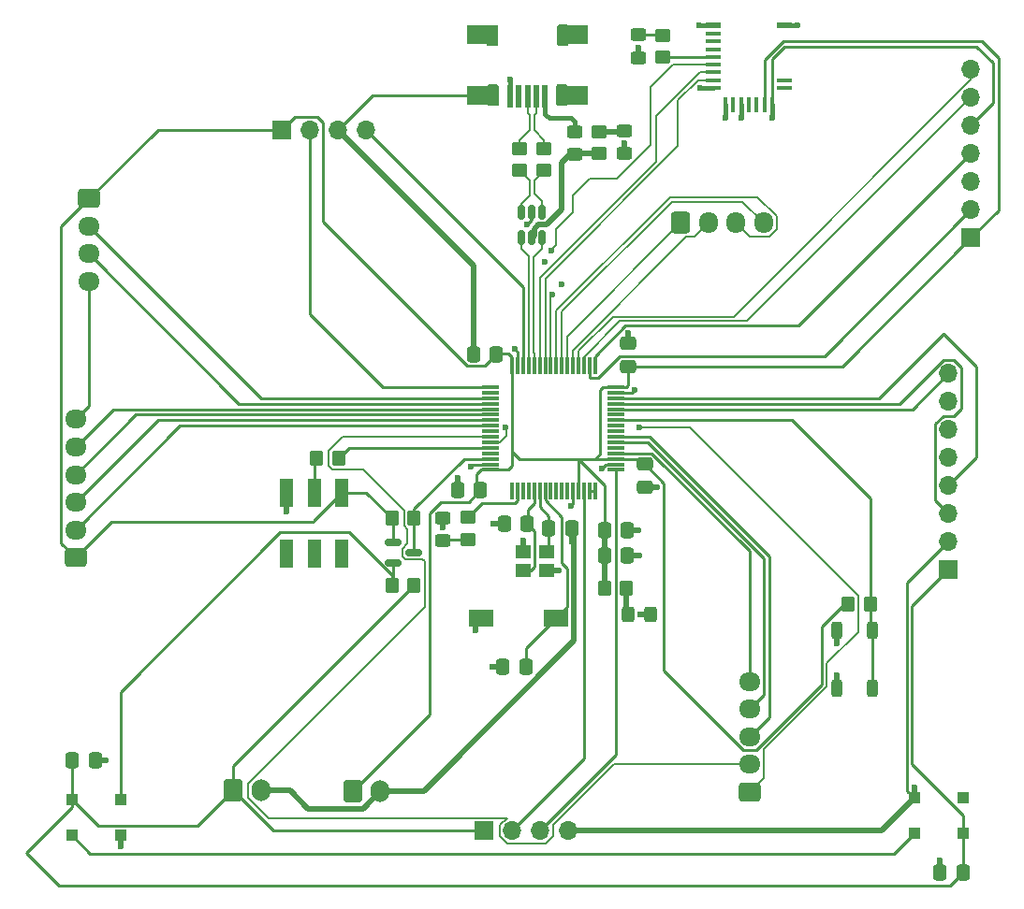
<source format=gbr>
%TF.GenerationSoftware,KiCad,Pcbnew,9.0.1*%
%TF.CreationDate,2025-05-07T09:32:01-06:00*%
%TF.ProjectId,2025_04_STM32F103_RobotBrain,32303235-5f30-4345-9f53-544d33324631,rev?*%
%TF.SameCoordinates,Original*%
%TF.FileFunction,Copper,L1,Top*%
%TF.FilePolarity,Positive*%
%FSLAX46Y46*%
G04 Gerber Fmt 4.6, Leading zero omitted, Abs format (unit mm)*
G04 Created by KiCad (PCBNEW 9.0.1) date 2025-05-07 09:32:01*
%MOMM*%
%LPD*%
G01*
G04 APERTURE LIST*
G04 Aperture macros list*
%AMRoundRect*
0 Rectangle with rounded corners*
0 $1 Rounding radius*
0 $2 $3 $4 $5 $6 $7 $8 $9 X,Y pos of 4 corners*
0 Add a 4 corners polygon primitive as box body*
4,1,4,$2,$3,$4,$5,$6,$7,$8,$9,$2,$3,0*
0 Add four circle primitives for the rounded corners*
1,1,$1+$1,$2,$3*
1,1,$1+$1,$4,$5*
1,1,$1+$1,$6,$7*
1,1,$1+$1,$8,$9*
0 Add four rect primitives between the rounded corners*
20,1,$1+$1,$2,$3,$4,$5,0*
20,1,$1+$1,$4,$5,$6,$7,0*
20,1,$1+$1,$6,$7,$8,$9,0*
20,1,$1+$1,$8,$9,$2,$3,0*%
G04 Aperture macros list end*
%TA.AperFunction,SMDPad,CuDef*%
%ADD10RoundRect,0.250000X-0.450000X0.350000X-0.450000X-0.350000X0.450000X-0.350000X0.450000X0.350000X0*%
%TD*%
%TA.AperFunction,SMDPad,CuDef*%
%ADD11RoundRect,0.075000X0.075000X-0.700000X0.075000X0.700000X-0.075000X0.700000X-0.075000X-0.700000X0*%
%TD*%
%TA.AperFunction,SMDPad,CuDef*%
%ADD12RoundRect,0.075000X0.700000X-0.075000X0.700000X0.075000X-0.700000X0.075000X-0.700000X-0.075000X0*%
%TD*%
%TA.AperFunction,SMDPad,CuDef*%
%ADD13RoundRect,0.250000X0.350000X0.450000X-0.350000X0.450000X-0.350000X-0.450000X0.350000X-0.450000X0*%
%TD*%
%TA.AperFunction,SMDPad,CuDef*%
%ADD14RoundRect,0.250000X0.450000X-0.350000X0.450000X0.350000X-0.450000X0.350000X-0.450000X-0.350000X0*%
%TD*%
%TA.AperFunction,SMDPad,CuDef*%
%ADD15RoundRect,0.250000X-0.337500X-0.475000X0.337500X-0.475000X0.337500X0.475000X-0.337500X0.475000X0*%
%TD*%
%TA.AperFunction,ComponentPad*%
%ADD16RoundRect,0.250000X-0.600000X-0.750000X0.600000X-0.750000X0.600000X0.750000X-0.600000X0.750000X0*%
%TD*%
%TA.AperFunction,ComponentPad*%
%ADD17O,1.700000X2.000000*%
%TD*%
%TA.AperFunction,ComponentPad*%
%ADD18R,1.700000X1.700000*%
%TD*%
%TA.AperFunction,ComponentPad*%
%ADD19O,1.700000X1.700000*%
%TD*%
%TA.AperFunction,ComponentPad*%
%ADD20RoundRect,0.250000X0.725000X-0.600000X0.725000X0.600000X-0.725000X0.600000X-0.725000X-0.600000X0*%
%TD*%
%TA.AperFunction,ComponentPad*%
%ADD21O,1.950000X1.700000*%
%TD*%
%TA.AperFunction,SMDPad,CuDef*%
%ADD22RoundRect,0.250000X0.450000X-0.325000X0.450000X0.325000X-0.450000X0.325000X-0.450000X-0.325000X0*%
%TD*%
%TA.AperFunction,SMDPad,CuDef*%
%ADD23RoundRect,0.150000X-0.587500X-0.150000X0.587500X-0.150000X0.587500X0.150000X-0.587500X0.150000X0*%
%TD*%
%TA.AperFunction,SMDPad,CuDef*%
%ADD24RoundRect,0.250000X-0.450000X0.325000X-0.450000X-0.325000X0.450000X-0.325000X0.450000X0.325000X0*%
%TD*%
%TA.AperFunction,SMDPad,CuDef*%
%ADD25RoundRect,0.250000X-0.350000X-0.450000X0.350000X-0.450000X0.350000X0.450000X-0.350000X0.450000X0*%
%TD*%
%TA.AperFunction,SMDPad,CuDef*%
%ADD26R,1.000000X1.000000*%
%TD*%
%TA.AperFunction,SMDPad,CuDef*%
%ADD27RoundRect,0.250000X0.337500X0.475000X-0.337500X0.475000X-0.337500X-0.475000X0.337500X-0.475000X0*%
%TD*%
%TA.AperFunction,ComponentPad*%
%ADD28RoundRect,0.250000X-0.725000X0.600000X-0.725000X-0.600000X0.725000X-0.600000X0.725000X0.600000X0*%
%TD*%
%TA.AperFunction,SMDPad,CuDef*%
%ADD29R,1.400000X0.600000*%
%TD*%
%TA.AperFunction,SMDPad,CuDef*%
%ADD30R,1.400000X0.400000*%
%TD*%
%TA.AperFunction,SMDPad,CuDef*%
%ADD31R,0.400000X1.400000*%
%TD*%
%TA.AperFunction,SMDPad,CuDef*%
%ADD32RoundRect,0.250000X-0.475000X0.337500X-0.475000X-0.337500X0.475000X-0.337500X0.475000X0.337500X0*%
%TD*%
%TA.AperFunction,SMDPad,CuDef*%
%ADD33RoundRect,0.150000X-0.150000X0.512500X-0.150000X-0.512500X0.150000X-0.512500X0.150000X0.512500X0*%
%TD*%
%TA.AperFunction,ComponentPad*%
%ADD34RoundRect,0.250000X-0.600000X-0.725000X0.600000X-0.725000X0.600000X0.725000X-0.600000X0.725000X0*%
%TD*%
%TA.AperFunction,ComponentPad*%
%ADD35O,1.700000X1.950000*%
%TD*%
%TA.AperFunction,SMDPad,CuDef*%
%ADD36R,1.400000X1.200000*%
%TD*%
%TA.AperFunction,SMDPad,CuDef*%
%ADD37R,2.300000X1.500000*%
%TD*%
%TA.AperFunction,SMDPad,CuDef*%
%ADD38RoundRect,0.250000X0.325000X0.450000X-0.325000X0.450000X-0.325000X-0.450000X0.325000X-0.450000X0*%
%TD*%
%TA.AperFunction,SMDPad,CuDef*%
%ADD39RoundRect,0.250000X0.475000X-0.337500X0.475000X0.337500X-0.475000X0.337500X-0.475000X-0.337500X0*%
%TD*%
%TA.AperFunction,SMDPad,CuDef*%
%ADD40RoundRect,0.250000X-0.250000X0.525000X-0.250000X-0.525000X0.250000X-0.525000X0.250000X0.525000X0*%
%TD*%
%TA.AperFunction,SMDPad,CuDef*%
%ADD41R,1.200000X2.500000*%
%TD*%
%TA.AperFunction,SMDPad,CuDef*%
%ADD42R,0.500000X2.000000*%
%TD*%
%TA.AperFunction,SMDPad,CuDef*%
%ADD43R,2.000000X1.700000*%
%TD*%
%TA.AperFunction,ViaPad*%
%ADD44C,0.600000*%
%TD*%
%TA.AperFunction,Conductor*%
%ADD45C,0.254000*%
%TD*%
%TA.AperFunction,Conductor*%
%ADD46C,0.200000*%
%TD*%
%TA.AperFunction,Conductor*%
%ADD47C,0.508000*%
%TD*%
%TA.AperFunction,Conductor*%
%ADD48C,0.381000*%
%TD*%
G04 APERTURE END LIST*
D10*
%TO.P,R2,1*%
%TO.N,/D+*%
X137680000Y-41715000D03*
%TO.P,R2,2*%
%TO.N,/USB_CONN_D+*%
X137680000Y-43715000D03*
%TD*%
D11*
%TO.P,U1,1,VBAT*%
%TO.N,unconnected-(U1-VBAT-Pad1)*%
X136990000Y-72760000D03*
%TO.P,U1,2,PC13*%
%TO.N,/USER_LED*%
X137490000Y-72760000D03*
%TO.P,U1,3,PC14*%
%TO.N,unconnected-(U1-PC14-Pad3)*%
X137990000Y-72760000D03*
%TO.P,U1,4,PC15*%
%TO.N,unconnected-(U1-PC15-Pad4)*%
X138490000Y-72760000D03*
%TO.P,U1,5,RCC_OSC_IN*%
%TO.N,/OSC_IN*%
X138990000Y-72760000D03*
%TO.P,U1,6,RCC_OSC_OUT*%
%TO.N,/OSC_OUT*%
X139490000Y-72760000D03*
%TO.P,U1,7,NRST*%
%TO.N,/RESET*%
X139990000Y-72760000D03*
%TO.P,U1,8,PC0*%
%TO.N,unconnected-(U1-PC0-Pad8)*%
X140490000Y-72760000D03*
%TO.P,U1,9,PC1*%
%TO.N,unconnected-(U1-PC1-Pad9)*%
X140990000Y-72760000D03*
%TO.P,U1,10,PC2*%
%TO.N,unconnected-(U1-PC2-Pad10)*%
X141490000Y-72760000D03*
%TO.P,U1,11,PC3*%
%TO.N,unconnected-(U1-PC3-Pad11)*%
X141990000Y-72760000D03*
%TO.P,U1,12,VSSA*%
%TO.N,GND*%
X142490000Y-72760000D03*
%TO.P,U1,13,VDDA*%
%TO.N,+3V3*%
X142990000Y-72760000D03*
%TO.P,U1,14,PA0*%
%TO.N,/ULTRA_TRIG*%
X143490000Y-72760000D03*
%TO.P,U1,15,PA1*%
%TO.N,Net-(U1-PA1)*%
X143990000Y-72760000D03*
%TO.P,U1,16,PA2*%
X144490000Y-72760000D03*
D12*
%TO.P,U1,17,PA3*%
%TO.N,/ULTRA_ECHO*%
X146415000Y-70835000D03*
%TO.P,U1,18,VSS*%
%TO.N,GND*%
X146415000Y-70335000D03*
%TO.P,U1,19,VDD*%
%TO.N,+3V3*%
X146415000Y-69835000D03*
%TO.P,U1,20,PA4*%
%TO.N,/PWR_ADC*%
X146415000Y-69335000D03*
%TO.P,U1,21,PA5*%
%TO.N,unconnected-(U1-PA5-Pad21)*%
X146415000Y-68835000D03*
%TO.P,U1,22,PA6*%
%TO.N,/E1B*%
X146415000Y-68335000D03*
%TO.P,U1,23,PA7*%
%TO.N,/E1A*%
X146415000Y-67835000D03*
%TO.P,U1,24,PC4*%
%TO.N,unconnected-(U1-PC4-Pad24)*%
X146415000Y-67335000D03*
%TO.P,U1,25,PC5*%
%TO.N,unconnected-(U1-PC5-Pad25)*%
X146415000Y-66835000D03*
%TO.P,U1,26,PB0*%
%TO.N,/uBUTTON*%
X146415000Y-66335000D03*
%TO.P,U1,27,PB1*%
%TO.N,unconnected-(U1-PB1-Pad27)*%
X146415000Y-65835000D03*
%TO.P,U1,28,PB2*%
%TO.N,/IMU_INT*%
X146415000Y-65335000D03*
%TO.P,U1,29,PB10*%
%TO.N,/IMU_I2C_SCL*%
X146415000Y-64835000D03*
%TO.P,U1,30,PB11*%
%TO.N,/IMU_I2C_SDA*%
X146415000Y-64335000D03*
%TO.P,U1,31,VSS*%
%TO.N,GND*%
X146415000Y-63835000D03*
%TO.P,U1,32,VDD*%
%TO.N,+3V3*%
X146415000Y-63335000D03*
D11*
%TO.P,U1,33,PB12*%
%TO.N,/PS2_CS*%
X144490000Y-61410000D03*
%TO.P,U1,34,PB13*%
%TO.N,/PS2_SCK*%
X143990000Y-61410000D03*
%TO.P,U1,35,PB14*%
%TO.N,/PS2_MISO*%
X143490000Y-61410000D03*
%TO.P,U1,36,PB15*%
%TO.N,/PS2_MOSI*%
X142990000Y-61410000D03*
%TO.P,U1,37,PC6*%
%TO.N,/AN1*%
X142490000Y-61410000D03*
%TO.P,U1,38,PC7*%
%TO.N,/AN2*%
X141990000Y-61410000D03*
%TO.P,U1,39,PC8*%
%TO.N,/BN1*%
X141490000Y-61410000D03*
%TO.P,U1,40,PC9*%
%TO.N,/BN2*%
X140990000Y-61410000D03*
%TO.P,U1,41,PA8*%
%TO.N,/BL_WAKEUP*%
X140490000Y-61410000D03*
%TO.P,U1,42,PA9*%
%TO.N,/BL_RX*%
X139990000Y-61410000D03*
%TO.P,U1,43,PA10*%
%TO.N,/BL_TX*%
X139490000Y-61410000D03*
%TO.P,U1,44,USB_DM*%
%TO.N,/USB_D-*%
X138990000Y-61410000D03*
%TO.P,U1,45,USB_DP*%
%TO.N,/USB_D+*%
X138490000Y-61410000D03*
%TO.P,U1,46,SYS_JTMS-SWDIO*%
%TO.N,/SWDIO*%
X137990000Y-61410000D03*
%TO.P,U1,47,VSS*%
%TO.N,GND*%
X137490000Y-61410000D03*
%TO.P,U1,48,VDD*%
%TO.N,+3V3*%
X136990000Y-61410000D03*
D12*
%TO.P,U1,49,SYS_JTCK-SWCLK*%
%TO.N,/SWCLK*%
X135065000Y-63335000D03*
%TO.P,U1,50,PA15*%
%TO.N,unconnected-(U1-PA15-Pad50)*%
X135065000Y-63835000D03*
%TO.P,U1,51,PC10*%
%TO.N,/USER_TX*%
X135065000Y-64335000D03*
%TO.P,U1,52,PC11*%
%TO.N,/USER_RX*%
X135065000Y-64835000D03*
%TO.P,U1,53,PC12*%
%TO.N,/X4*%
X135065000Y-65335000D03*
%TO.P,U1,54,PD2*%
%TO.N,/X3*%
X135065000Y-65835000D03*
%TO.P,U1,55,PB3*%
%TO.N,/X2*%
X135065000Y-66335000D03*
%TO.P,U1,56,PB4*%
%TO.N,/X1*%
X135065000Y-66835000D03*
%TO.P,U1,57,PB5*%
%TO.N,unconnected-(U1-PB5-Pad57)*%
X135065000Y-67335000D03*
%TO.P,U1,58,PB6*%
%TO.N,/E2B*%
X135065000Y-67835000D03*
%TO.P,U1,59,PB7*%
%TO.N,/E2A*%
X135065000Y-68335000D03*
%TO.P,U1,60,BOOT0*%
%TO.N,/BOOT*%
X135065000Y-68835000D03*
%TO.P,U1,61,PB8*%
%TO.N,unconnected-(U1-PB8-Pad61)*%
X135065000Y-69335000D03*
%TO.P,U1,62,PB9*%
%TO.N,/RGB_DIN*%
X135065000Y-69835000D03*
%TO.P,U1,63,VSS*%
%TO.N,GND*%
X135065000Y-70335000D03*
%TO.P,U1,64,VDD*%
%TO.N,+3V3*%
X135065000Y-70835000D03*
%TD*%
D13*
%TO.P,R9,1*%
%TO.N,+5V*%
X128117500Y-81300000D03*
%TO.P,R9,2*%
%TO.N,Net-(LED1-DIN)*%
X126117500Y-81300000D03*
%TD*%
D14*
%TO.P,R3,1*%
%TO.N,/USB_CONN_D-*%
X139860000Y-43735000D03*
%TO.P,R3,2*%
%TO.N,/D-*%
X139860000Y-41735000D03*
%TD*%
D15*
%TO.P,C12,1*%
%TO.N,+5V*%
X97200000Y-97150000D03*
%TO.P,C12,2*%
%TO.N,GND*%
X99275000Y-97150000D03*
%TD*%
D16*
%TO.P,J6,1,Pin_1*%
%TO.N,+3V3*%
X122580000Y-99900000D03*
D17*
%TO.P,J6,2,Pin_2*%
%TO.N,GND*%
X125080000Y-99900000D03*
%TD*%
D18*
%TO.P,J9,1,Pin_1*%
%TO.N,+3V3*%
X178500000Y-49800000D03*
D19*
%TO.P,J9,2,Pin_2*%
%TO.N,/PS2_SCK*%
X178500000Y-47260000D03*
%TO.P,J9,3,Pin_3*%
%TO.N,unconnected-(J9-Pin_3-Pad3)*%
X178500000Y-44720000D03*
%TO.P,J9,4,Pin_4*%
%TO.N,/PS2_CS*%
X178500000Y-42180000D03*
%TO.P,J9,5,Pin_5*%
%TO.N,GND*%
X178500000Y-39640000D03*
%TO.P,J9,6,Pin_6*%
%TO.N,/PS2_MISO*%
X178500000Y-37100000D03*
%TO.P,J9,7,Pin_7*%
%TO.N,/PS2_MOSI*%
X178500000Y-34560000D03*
%TD*%
D20*
%TO.P,J8,1,Pin_1*%
%TO.N,/E2A*%
X158475000Y-100000000D03*
D21*
%TO.P,J8,2,Pin_2*%
%TO.N,/E2B*%
X158475000Y-97500000D03*
%TO.P,J8,3,Pin_3*%
%TO.N,/E1A*%
X158475000Y-95000000D03*
%TO.P,J8,4,Pin_4*%
%TO.N,/E1B*%
X158475000Y-92500000D03*
%TO.P,J8,5,Pin_5*%
%TO.N,/PWR_ADC*%
X158475000Y-90000000D03*
%TD*%
D18*
%TO.P,J2,1,Pin_1*%
%TO.N,+5V*%
X176465000Y-79835000D03*
D19*
%TO.P,J2,2,Pin_2*%
%TO.N,GND*%
X176465000Y-77295000D03*
%TO.P,J2,3,Pin_3*%
%TO.N,/IMU_I2C_SCL*%
X176465000Y-74755000D03*
%TO.P,J2,4,Pin_4*%
%TO.N,/IMU_I2C_SDA*%
X176465000Y-72215000D03*
%TO.P,J2,5,Pin_5*%
%TO.N,unconnected-(J2-Pin_5-Pad5)*%
X176465000Y-69675000D03*
%TO.P,J2,6,Pin_6*%
%TO.N,unconnected-(J2-Pin_6-Pad6)*%
X176465000Y-67135000D03*
%TO.P,J2,7,Pin_7*%
%TO.N,unconnected-(J2-Pin_7-Pad7)*%
X176465000Y-64595000D03*
%TO.P,J2,8,Pin_8*%
%TO.N,/IMU_INT*%
X176465000Y-62055000D03*
%TD*%
D22*
%TO.P,D4,1,K*%
%TO.N,GND*%
X148410000Y-33500000D03*
%TO.P,D4,2,A*%
%TO.N,Net-(D4-A)*%
X148410000Y-31450000D03*
%TD*%
D23*
%TO.P,Q1,1,G*%
%TO.N,+3V3*%
X126210000Y-77360000D03*
%TO.P,Q1,2,S*%
%TO.N,Net-(LED1-DIN)*%
X126210000Y-79260000D03*
%TO.P,Q1,3,D*%
%TO.N,/RGB_DIN*%
X128085000Y-78310000D03*
%TD*%
D24*
%TO.P,D3,1,K*%
%TO.N,GND*%
X130690000Y-75155000D03*
%TO.P,D3,2,A*%
%TO.N,Net-(D3-A)*%
X130690000Y-77205000D03*
%TD*%
D25*
%TO.P,R5,1*%
%TO.N,+3V3*%
X145347500Y-81570000D03*
%TO.P,R5,2*%
%TO.N,Net-(D2-A)*%
X147347500Y-81570000D03*
%TD*%
D26*
%TO.P,LED1,1,VDD*%
%TO.N,+5V*%
X97150000Y-100700000D03*
%TO.P,LED1,2,DOUT*%
%TO.N,Net-(LED1-DOUT)*%
X97150000Y-103900000D03*
%TO.P,LED1,3,VSS*%
%TO.N,GND*%
X101550000Y-103900000D03*
%TO.P,LED1,4,DIN*%
%TO.N,Net-(LED1-DIN)*%
X101550000Y-100700000D03*
%TD*%
D24*
%TO.P,F1,1*%
%TO.N,Net-(J1-VBUS)*%
X142670000Y-40210000D03*
%TO.P,F1,2*%
%TO.N,Vusb*%
X142670000Y-42260000D03*
%TD*%
D27*
%TO.P,C9,1*%
%TO.N,/OSC_IN*%
X138337500Y-75730000D03*
%TO.P,C9,2*%
%TO.N,GND*%
X136262500Y-75730000D03*
%TD*%
D13*
%TO.P,R10,1*%
%TO.N,/RGB_DIN*%
X128117500Y-75210000D03*
%TO.P,R10,2*%
%TO.N,+3V3*%
X126117500Y-75210000D03*
%TD*%
D18*
%TO.P,J4,1,Pin_1*%
%TO.N,+3V3*%
X116160000Y-40040000D03*
D19*
%TO.P,J4,2,Pin_2*%
%TO.N,/SWCLK*%
X118700000Y-40040000D03*
%TO.P,J4,3,Pin_3*%
%TO.N,GND*%
X121240000Y-40040000D03*
%TO.P,J4,4,Pin_4*%
%TO.N,/SWDIO*%
X123780000Y-40040000D03*
%TD*%
D25*
%TO.P,R8,1*%
%TO.N,+3V3*%
X167400000Y-82950000D03*
%TO.P,R8,2*%
%TO.N,/uBUTTON*%
X169400000Y-82950000D03*
%TD*%
D28*
%TO.P,J11,1,Pin_1*%
%TO.N,+3V3*%
X98720000Y-46270000D03*
D21*
%TO.P,J11,2,Pin_2*%
%TO.N,/USER_TX*%
X98720000Y-48770000D03*
%TO.P,J11,3,Pin_3*%
%TO.N,/USER_RX*%
X98720000Y-51270000D03*
%TO.P,J11,4,Pin_4*%
%TO.N,GND*%
X98720000Y-53770000D03*
%TD*%
D29*
%TO.P,MDBT42T-AT1,1,GND@1*%
%TO.N,GND*%
X155200000Y-30540000D03*
D30*
%TO.P,MDBT42T-AT1,2,NC@2*%
%TO.N,unconnected-(MDBT42T-AT1-NC@2-Pad2)*%
X155200000Y-31340000D03*
%TO.P,MDBT42T-AT1,3,NC@3*%
%TO.N,unconnected-(MDBT42T-AT1-NC@3-Pad3)*%
X155200000Y-32040000D03*
%TO.P,MDBT42T-AT1,4,RESET*%
%TO.N,unconnected-(MDBT42T-AT1-RESET-Pad4)*%
X155200000Y-32740000D03*
%TO.P,MDBT42T-AT1,5,INDICATOR*%
%TO.N,Net-(MDBT42T-AT1-INDICATOR)*%
X155200000Y-33440000D03*
%TO.P,MDBT42T-AT1,6,WAKEUP*%
%TO.N,/BL_WAKEUP*%
X155200000Y-34140000D03*
%TO.P,MDBT42T-AT1,7,TX*%
%TO.N,/BL_TX*%
X155200000Y-34840000D03*
%TO.P,MDBT42T-AT1,8,RX*%
%TO.N,/BL_RX*%
X155200000Y-35540000D03*
%TO.P,MDBT42T-AT1,9,UART_PD*%
%TO.N,GND*%
X155200000Y-36240000D03*
D31*
%TO.P,MDBT42T-AT1,10,GND@10*%
X156300000Y-37740000D03*
%TO.P,MDBT42T-AT1,11,ADC*%
%TO.N,unconnected-(MDBT42T-AT1-ADC-Pad11)*%
X157000000Y-37740000D03*
%TO.P,MDBT42T-AT1,12,FLASH_DEFAULT*%
%TO.N,GND*%
X157700000Y-37740000D03*
%TO.P,MDBT42T-AT1,13,RTS/XL2*%
%TO.N,unconnected-(MDBT42T-AT1-RTS{slash}XL2-Pad13)*%
X158400000Y-37740000D03*
%TO.P,MDBT42T-AT1,14,CTS/XL1*%
%TO.N,unconnected-(MDBT42T-AT1-CTS{slash}XL1-Pad14)*%
X159100000Y-37740000D03*
%TO.P,MDBT42T-AT1,15,VDD*%
%TO.N,+3V3*%
X159800000Y-37740000D03*
%TO.P,MDBT42T-AT1,16,GND@16*%
%TO.N,GND*%
X160500000Y-37740000D03*
D30*
%TO.P,MDBT42T-AT1,17,DCC*%
%TO.N,unconnected-(MDBT42T-AT1-DCC-Pad17)*%
X161600000Y-36240000D03*
%TO.P,MDBT42T-AT1,18,DEC4*%
%TO.N,unconnected-(MDBT42T-AT1-DEC4-Pad18)*%
X161600000Y-35540000D03*
D29*
%TO.P,MDBT42T-AT1,19,GND@19*%
%TO.N,GND*%
X161600000Y-30540000D03*
%TD*%
D27*
%TO.P,C2,1*%
%TO.N,+3V3*%
X135577500Y-60340000D03*
%TO.P,C2,2*%
%TO.N,GND*%
X133502500Y-60340000D03*
%TD*%
D10*
%TO.P,R6,1*%
%TO.N,/USER_LED*%
X132960000Y-75150000D03*
%TO.P,R6,2*%
%TO.N,Net-(D3-A)*%
X132960000Y-77150000D03*
%TD*%
D14*
%TO.P,R7,1*%
%TO.N,Net-(MDBT42T-AT1-INDICATOR)*%
X150640000Y-33475000D03*
%TO.P,R7,2*%
%TO.N,Net-(D4-A)*%
X150640000Y-31475000D03*
%TD*%
D32*
%TO.P,C4,1*%
%TO.N,+3V3*%
X148960000Y-70302500D03*
%TO.P,C4,2*%
%TO.N,GND*%
X148960000Y-72377500D03*
%TD*%
D33*
%TO.P,U2,1,I/O1*%
%TO.N,/USB_CONN_D-*%
X139730000Y-47510000D03*
%TO.P,U2,2,GND*%
%TO.N,GND*%
X138780000Y-47510000D03*
%TO.P,U2,3,I/O2*%
%TO.N,/USB_CONN_D+*%
X137830000Y-47510000D03*
%TO.P,U2,4,I/O2*%
%TO.N,/USB_D+*%
X137830000Y-49785000D03*
%TO.P,U2,5,VBUS*%
%TO.N,Vusb*%
X138780000Y-49785000D03*
%TO.P,U2,6,I/O1*%
%TO.N,/USB_D-*%
X139730000Y-49785000D03*
%TD*%
D15*
%TO.P,C5,1*%
%TO.N,+3V3*%
X145352500Y-76290000D03*
%TO.P,C5,2*%
%TO.N,GND*%
X147427500Y-76290000D03*
%TD*%
D18*
%TO.P,J3,1,Pin_1*%
%TO.N,+5V*%
X134460000Y-103485000D03*
D19*
%TO.P,J3,2,Pin_2*%
%TO.N,/ULTRA_TRIG*%
X137000000Y-103485000D03*
%TO.P,J3,3,Pin_3*%
%TO.N,/ULTRA_ECHO*%
X139540000Y-103485000D03*
%TO.P,J3,4,Pin_4*%
%TO.N,GND*%
X142080000Y-103485000D03*
%TD*%
D34*
%TO.P,J7,1,Pin_1*%
%TO.N,/AN2*%
X152250000Y-48475000D03*
D35*
%TO.P,J7,2,Pin_2*%
%TO.N,/AN1*%
X154750000Y-48475000D03*
%TO.P,J7,3,Pin_3*%
%TO.N,/BN2*%
X157250000Y-48475000D03*
%TO.P,J7,4,Pin_4*%
%TO.N,/BN1*%
X159750000Y-48475000D03*
%TD*%
D36*
%TO.P,Y2,1,1*%
%TO.N,/OSC_IN*%
X137952500Y-79920000D03*
%TO.P,Y2,2,2*%
%TO.N,GND*%
X140152500Y-79920000D03*
%TO.P,Y2,3,3*%
%TO.N,/OSC_OUT*%
X140152500Y-78220000D03*
%TO.P,Y2,4,4*%
%TO.N,GND*%
X137952500Y-78220000D03*
%TD*%
D37*
%TO.P,SW1,1,A*%
%TO.N,GND*%
X134220000Y-84280000D03*
%TO.P,SW1,2,B*%
%TO.N,/RESET*%
X140920000Y-84280000D03*
%TD*%
D15*
%TO.P,C6,1*%
%TO.N,+3V3*%
X145352500Y-78580000D03*
%TO.P,C6,2*%
%TO.N,GND*%
X147427500Y-78580000D03*
%TD*%
D16*
%TO.P,J5,1,Pin_1*%
%TO.N,+5V*%
X111750000Y-99875000D03*
D17*
%TO.P,J5,2,Pin_2*%
%TO.N,GND*%
X114250000Y-99875000D03*
%TD*%
D38*
%TO.P,D2,1,K*%
%TO.N,GND*%
X149492500Y-83950000D03*
%TO.P,D2,2,A*%
%TO.N,Net-(D2-A)*%
X147442500Y-83950000D03*
%TD*%
D27*
%TO.P,C1,1*%
%TO.N,+3V3*%
X134137500Y-72690000D03*
%TO.P,C1,2*%
%TO.N,GND*%
X132062500Y-72690000D03*
%TD*%
D26*
%TO.P,LED2,1,VDD*%
%TO.N,+5V*%
X177760000Y-103740000D03*
%TO.P,LED2,2,DOUT*%
%TO.N,unconnected-(LED2-DOUT-Pad2)*%
X177760000Y-100540000D03*
%TO.P,LED2,3,VSS*%
%TO.N,GND*%
X173360000Y-100540000D03*
%TO.P,LED2,4,DIN*%
%TO.N,Net-(LED1-DOUT)*%
X173360000Y-103740000D03*
%TD*%
D15*
%TO.P,C8,1*%
%TO.N,/OSC_OUT*%
X140312500Y-76140000D03*
%TO.P,C8,2*%
%TO.N,GND*%
X142387500Y-76140000D03*
%TD*%
D13*
%TO.P,R1,1*%
%TO.N,/BOOT*%
X121300000Y-69810000D03*
%TO.P,R1,2*%
%TO.N,Net-(R1-Pad2)*%
X119300000Y-69810000D03*
%TD*%
D20*
%TO.P,J10,1,Pin_1*%
%TO.N,+3V3*%
X97510000Y-78760000D03*
D21*
%TO.P,J10,2,Pin_2*%
%TO.N,/X1*%
X97510000Y-76260000D03*
%TO.P,J10,3,Pin_3*%
%TO.N,/X2*%
X97510000Y-73760000D03*
%TO.P,J10,4,Pin_4*%
%TO.N,/X3*%
X97510000Y-71260000D03*
%TO.P,J10,5,Pin_5*%
%TO.N,/X4*%
X97510000Y-68760000D03*
%TO.P,J10,6,Pin_6*%
%TO.N,GND*%
X97510000Y-66260000D03*
%TD*%
D39*
%TO.P,C3,1*%
%TO.N,+3V3*%
X147470000Y-61457500D03*
%TO.P,C3,2*%
%TO.N,GND*%
X147470000Y-59382500D03*
%TD*%
D40*
%TO.P,SW2,1,A*%
%TO.N,/uBUTTON*%
X169600000Y-85375000D03*
X169600000Y-90625000D03*
%TO.P,SW2,2,B*%
%TO.N,GND*%
X166400000Y-85375000D03*
X166400000Y-90625000D03*
%TD*%
D22*
%TO.P,D1,1,K*%
%TO.N,GND*%
X147160000Y-42210000D03*
%TO.P,D1,2,A*%
%TO.N,Net-(D1-A)*%
X147160000Y-40160000D03*
%TD*%
D41*
%TO.P,S1,1*%
%TO.N,+3V3*%
X121610000Y-72880000D03*
%TO.P,S1,2*%
%TO.N,Net-(R1-Pad2)*%
X119110000Y-72880000D03*
%TO.P,S1,3*%
%TO.N,GND*%
X116610000Y-72880000D03*
%TO.P,S1,4*%
%TO.N,unconnected-(S1-Pad4)*%
X121610000Y-78380000D03*
%TO.P,S1,5*%
%TO.N,unconnected-(S1-Pad5)*%
X119110000Y-78380000D03*
%TO.P,S1,6*%
%TO.N,unconnected-(S1-Pad6)*%
X116610000Y-78380000D03*
%TD*%
D27*
%TO.P,C11,1*%
%TO.N,+5V*%
X177747500Y-107320000D03*
%TO.P,C11,2*%
%TO.N,GND*%
X175672500Y-107320000D03*
%TD*%
D42*
%TO.P,J1,1,VBUS*%
%TO.N,Net-(J1-VBUS)*%
X139980000Y-37000000D03*
%TO.P,J1,2,D-*%
%TO.N,/D-*%
X139180000Y-37000000D03*
%TO.P,J1,3,D+*%
%TO.N,/D+*%
X138380000Y-37000000D03*
%TO.P,J1,4,ID*%
%TO.N,unconnected-(J1-ID-Pad4)*%
X137580000Y-37000000D03*
%TO.P,J1,5,GND*%
%TO.N,GND*%
X136780000Y-37000000D03*
D43*
%TO.P,J1,6,Shield*%
X142830000Y-36900000D03*
X142830000Y-31450000D03*
X133930000Y-36900000D03*
X133930000Y-31450000D03*
%TD*%
D27*
%TO.P,C7,1*%
%TO.N,/RESET*%
X138247500Y-88630000D03*
%TO.P,C7,2*%
%TO.N,GND*%
X136172500Y-88630000D03*
%TD*%
D14*
%TO.P,R4,1*%
%TO.N,Vusb*%
X144880000Y-42215000D03*
%TO.P,R4,2*%
%TO.N,Net-(D1-A)*%
X144880000Y-40215000D03*
%TD*%
D44*
%TO.N,GND*%
X135300000Y-31060000D03*
X135310000Y-31970000D03*
X138320000Y-48630000D03*
X101550000Y-104940000D03*
X136780000Y-35480000D03*
X137200000Y-59890000D03*
X135310000Y-36460000D03*
X100250000Y-97140000D03*
X148430000Y-76280000D03*
X133260000Y-70570000D03*
X160490000Y-38990000D03*
X156300000Y-38970000D03*
X135310000Y-75730000D03*
X141240000Y-79920000D03*
X116610000Y-74610000D03*
X162820000Y-30550000D03*
X150070000Y-72380000D03*
X166400000Y-89440000D03*
X132070000Y-71580000D03*
X133640000Y-85390000D03*
X141410000Y-36420000D03*
X145110000Y-70690000D03*
X173350000Y-99580000D03*
X153880000Y-30560000D03*
X148580000Y-83950000D03*
X135220000Y-88640000D03*
X141420000Y-37150000D03*
X141430000Y-31900000D03*
X141430000Y-31090000D03*
X157700000Y-38950000D03*
X175680000Y-106180000D03*
X148460000Y-78570000D03*
X137960000Y-77270000D03*
X148070000Y-63560000D03*
X148400000Y-32585000D03*
X154000000Y-36240000D03*
X130690000Y-76070000D03*
X133510000Y-59260000D03*
X142390000Y-77290000D03*
X139900000Y-52000000D03*
X166390000Y-86550000D03*
X142300000Y-74080000D03*
X141500000Y-54000000D03*
X147470000Y-58420000D03*
X135310000Y-37250000D03*
X147170000Y-41280000D03*
%TO.N,/BL_WAKEUP*%
X140590000Y-55000000D03*
X140500000Y-51000000D03*
%TO.N,/E2A*%
X148500000Y-67000000D03*
X136363000Y-67000000D03*
%TD*%
D45*
%TO.N,/PS2_SCK*%
X146748658Y-60542000D02*
X144777658Y-62513000D01*
X143990000Y-62490000D02*
X143990000Y-61410000D01*
X165218000Y-60542000D02*
X146748658Y-60542000D01*
X144777658Y-62513000D02*
X144013000Y-62513000D01*
X144013000Y-62513000D02*
X143990000Y-62490000D01*
X178500000Y-47260000D02*
X165218000Y-60542000D01*
D46*
%TO.N,/PS2_MISO*%
X178500000Y-37100000D02*
X158236000Y-57364000D01*
X146727176Y-57364000D02*
X143490000Y-60601176D01*
X143490000Y-60601176D02*
X143490000Y-61410000D01*
X158236000Y-57364000D02*
X146727176Y-57364000D01*
D45*
%TO.N,/PS2_CS*%
X147209873Y-57792000D02*
X144490000Y-60511873D01*
X162888000Y-57792000D02*
X147209873Y-57792000D01*
X178500000Y-42180000D02*
X162888000Y-57792000D01*
X144490000Y-60511873D02*
X144490000Y-61410000D01*
D46*
%TO.N,/PS2_MOSI*%
X146093824Y-56963000D02*
X142990000Y-60066824D01*
X178500000Y-34560000D02*
X178500000Y-35467711D01*
X178500000Y-35467711D02*
X157004711Y-56963000D01*
X142990000Y-60066824D02*
X142990000Y-61410000D01*
X157004711Y-56963000D02*
X146093824Y-56963000D01*
D45*
%TO.N,Net-(U1-PA1)*%
X143990000Y-72760000D02*
X144490000Y-72760000D01*
%TO.N,/X4*%
X100935000Y-65335000D02*
X135065000Y-65335000D01*
X97510000Y-68760000D02*
X100935000Y-65335000D01*
%TO.N,/X3*%
X97510000Y-71260000D02*
X102935000Y-65835000D01*
X102935000Y-65835000D02*
X135065000Y-65835000D01*
%TO.N,/X1*%
X97510000Y-76260000D02*
X106935000Y-66835000D01*
X106935000Y-66835000D02*
X135065000Y-66835000D01*
%TO.N,/X2*%
X97510000Y-73760000D02*
X104935000Y-66335000D01*
X104935000Y-66335000D02*
X135065000Y-66335000D01*
%TO.N,/USER_TX*%
X98720000Y-48770000D02*
X114285000Y-64335000D01*
X114285000Y-64335000D02*
X135065000Y-64335000D01*
%TO.N,/USER_RX*%
X135065000Y-64835000D02*
X112285000Y-64835000D01*
X112285000Y-64835000D02*
X98720000Y-51270000D01*
%TO.N,/RESET*%
X138247500Y-88630000D02*
X138247500Y-86952500D01*
X142000000Y-83200000D02*
X140920000Y-84280000D01*
X139990000Y-72760000D02*
X139990000Y-73607008D01*
X139990000Y-73607008D02*
X141472000Y-75089008D01*
X141472000Y-79263873D02*
X142000000Y-79791873D01*
X138247500Y-86952500D02*
X140920000Y-84280000D01*
X142000000Y-79791873D02*
X142000000Y-83200000D01*
X141472000Y-75089008D02*
X141472000Y-79263873D01*
%TO.N,+3V3*%
X178500000Y-49800000D02*
X181000000Y-47300000D01*
X147295000Y-63335000D02*
X147470000Y-63160000D01*
X145352500Y-76290000D02*
X145352500Y-72207500D01*
X119878000Y-39378000D02*
X119362000Y-38862000D01*
X96207000Y-77457000D02*
X97510000Y-78760000D01*
X133780000Y-71210000D02*
X133780000Y-72332500D01*
D47*
X145352500Y-78580000D02*
X145352500Y-76290000D01*
D45*
X179500000Y-32000000D02*
X161500000Y-32000000D01*
X135647500Y-60270000D02*
X135577500Y-60340000D01*
X167050000Y-82950000D02*
X165000000Y-85000000D01*
X104950000Y-40040000D02*
X116160000Y-40040000D01*
X148492500Y-69835000D02*
X148960000Y-70302500D01*
X147470000Y-63160000D02*
X147470000Y-61457500D01*
X100770000Y-75500000D02*
X119000000Y-75500000D01*
X98720000Y-46270000D02*
X96207000Y-48783000D01*
X119878000Y-48352342D02*
X119878000Y-39378000D01*
X130502658Y-73743000D02*
X133084500Y-73743000D01*
X132918658Y-61393000D02*
X119878000Y-48352342D01*
X135577500Y-60340000D02*
X134524500Y-61393000D01*
X143000000Y-69835000D02*
X142520000Y-69835000D01*
X134524500Y-61393000D02*
X132918658Y-61393000D01*
X129500000Y-74745658D02*
X130502658Y-73743000D01*
X165000000Y-90265944D02*
X159087944Y-96178000D01*
X159087944Y-96178000D02*
X157862056Y-96178000D01*
X121610000Y-72880000D02*
X123787500Y-72880000D01*
X136660000Y-60270000D02*
X135647500Y-60270000D01*
X167400000Y-82950000D02*
X167050000Y-82950000D01*
X136990000Y-61410000D02*
X136990000Y-60600000D01*
X157862056Y-96178000D02*
X150698000Y-89013944D01*
X144930000Y-69385000D02*
X144480000Y-69835000D01*
X142990000Y-72760000D02*
X142990000Y-69845000D01*
X119362000Y-38862000D02*
X117338000Y-38862000D01*
X145155000Y-63335000D02*
X144930000Y-63560000D01*
X126210000Y-75302500D02*
X126117500Y-75210000D01*
X181000000Y-47300000D02*
X181000000Y-33500000D01*
X136990000Y-60600000D02*
X136660000Y-60270000D01*
X117338000Y-38862000D02*
X116160000Y-40040000D01*
X133780000Y-72332500D02*
X134137500Y-72690000D01*
X144480000Y-69835000D02*
X143000000Y-69835000D01*
X145352500Y-72207500D02*
X142990000Y-69845000D01*
X144930000Y-63560000D02*
X144930000Y-69385000D01*
X150698000Y-89013944D02*
X150698000Y-72040500D01*
X165000000Y-85000000D02*
X165000000Y-90265944D01*
X137615000Y-69835000D02*
X136990000Y-69210000D01*
X142990000Y-69845000D02*
X143000000Y-69835000D01*
X136990000Y-69210000D02*
X136990000Y-61410000D01*
X96207000Y-48783000D02*
X96207000Y-77457000D01*
X119000000Y-75490000D02*
X121610000Y-72880000D01*
X126210000Y-77360000D02*
X126210000Y-75302500D01*
X150698000Y-72040500D02*
X148960000Y-70302500D01*
X159800000Y-33700000D02*
X159800000Y-37740000D01*
D47*
X145347500Y-78585000D02*
X145352500Y-78580000D01*
X145347500Y-81570000D02*
X145347500Y-78585000D01*
D45*
X136990000Y-69210000D02*
X136990000Y-70450000D01*
X129500000Y-92980000D02*
X129500000Y-74745658D01*
X98720000Y-46270000D02*
X104950000Y-40040000D01*
X134155000Y-70835000D02*
X133780000Y-71210000D01*
X123787500Y-72880000D02*
X126117500Y-75210000D01*
X146415000Y-69835000D02*
X148492500Y-69835000D01*
X146415000Y-63335000D02*
X147295000Y-63335000D01*
X122580000Y-99900000D02*
X129500000Y-92980000D01*
X166842500Y-61457500D02*
X147470000Y-61457500D01*
X97510000Y-78760000D02*
X100770000Y-75500000D01*
X119000000Y-75500000D02*
X119000000Y-75490000D01*
X136605000Y-70835000D02*
X135065000Y-70835000D01*
X146415000Y-69835000D02*
X144480000Y-69835000D01*
X135065000Y-70835000D02*
X134155000Y-70835000D01*
X181000000Y-33500000D02*
X179500000Y-32000000D01*
X146415000Y-63335000D02*
X145155000Y-63335000D01*
X142520000Y-69835000D02*
X137615000Y-69835000D01*
X161500000Y-32000000D02*
X159800000Y-33700000D01*
X133084500Y-73743000D02*
X134137500Y-72690000D01*
X178500000Y-49800000D02*
X166842500Y-61457500D01*
X136990000Y-70450000D02*
X136605000Y-70835000D01*
%TO.N,GND*%
X145465000Y-70335000D02*
X145110000Y-70690000D01*
X161643468Y-32500000D02*
X160500000Y-33643468D01*
D47*
X137960000Y-77270000D02*
X137960000Y-78212500D01*
X118500000Y-101500000D02*
X116875000Y-99875000D01*
D45*
X180500000Y-37640000D02*
X180500000Y-34000000D01*
D47*
X148430000Y-76280000D02*
X147437500Y-76280000D01*
X125080000Y-99900000D02*
X123480000Y-101500000D01*
X173360000Y-99590000D02*
X173350000Y-99580000D01*
X133502500Y-52302500D02*
X121240000Y-40040000D01*
X135310000Y-75730000D02*
X136262500Y-75730000D01*
X142582000Y-86321000D02*
X129003000Y-99900000D01*
D48*
X160500000Y-38980000D02*
X160490000Y-38990000D01*
D47*
X175672500Y-106187500D02*
X175680000Y-106180000D01*
X100240000Y-97150000D02*
X100250000Y-97140000D01*
D45*
X160500000Y-33643468D02*
X160500000Y-37740000D01*
D47*
X142582000Y-76334500D02*
X142582000Y-86321000D01*
D45*
X135065000Y-70335000D02*
X133495000Y-70335000D01*
D47*
X166400000Y-85375000D02*
X166400000Y-86540000D01*
D48*
X160500000Y-37740000D02*
X160500000Y-38980000D01*
D47*
X173360000Y-100540000D02*
X173360000Y-99590000D01*
X137960000Y-78212500D02*
X137952500Y-78220000D01*
X147437500Y-78570000D02*
X147427500Y-78580000D01*
X141240000Y-79920000D02*
X140152500Y-79920000D01*
X123480000Y-101500000D02*
X118500000Y-101500000D01*
X136172500Y-88630000D02*
X135230000Y-88630000D01*
D45*
X138780000Y-48170000D02*
X138320000Y-48630000D01*
D47*
X148410000Y-33500000D02*
X148410000Y-32595000D01*
D45*
X138780000Y-47510000D02*
X138780000Y-48170000D01*
D47*
X135230000Y-88630000D02*
X135220000Y-88640000D01*
X133510000Y-60332500D02*
X133502500Y-60340000D01*
D45*
X137490000Y-61410000D02*
X137490000Y-60180000D01*
X133495000Y-70335000D02*
X133260000Y-70570000D01*
D47*
X142390000Y-76142500D02*
X142387500Y-76140000D01*
D45*
X137490000Y-60180000D02*
X137200000Y-59890000D01*
D47*
X132070000Y-71580000D02*
X132070000Y-72682500D01*
D45*
X146415000Y-63835000D02*
X147795000Y-63835000D01*
D47*
X136172500Y-88630000D02*
X136172500Y-88807500D01*
X132070000Y-72682500D02*
X132062500Y-72690000D01*
D48*
X155200000Y-30540000D02*
X155180000Y-30560000D01*
D45*
X147795000Y-63835000D02*
X148070000Y-63560000D01*
D47*
X133640000Y-85390000D02*
X133640000Y-84860000D01*
X166400000Y-90625000D02*
X166400000Y-89440000D01*
D45*
X178500000Y-39640000D02*
X180500000Y-37640000D01*
D48*
X136780000Y-37000000D02*
X136780000Y-35480000D01*
D47*
X116610000Y-74610000D02*
X116610000Y-72880000D01*
D45*
X172717000Y-81043000D02*
X172717000Y-99897000D01*
D48*
X155180000Y-30560000D02*
X153880000Y-30560000D01*
D47*
X147170000Y-42200000D02*
X147160000Y-42210000D01*
D45*
X124380000Y-36900000D02*
X133930000Y-36900000D01*
X98720000Y-65050000D02*
X97510000Y-66260000D01*
D47*
X142387500Y-76140000D02*
X142582000Y-76334500D01*
X166400000Y-86540000D02*
X166390000Y-86550000D01*
X142390000Y-77290000D02*
X142390000Y-76142500D01*
D45*
X180500000Y-34000000D02*
X179000000Y-32500000D01*
X98720000Y-53770000D02*
X98720000Y-65050000D01*
D47*
X170415000Y-103485000D02*
X142080000Y-103485000D01*
X148962500Y-72380000D02*
X148960000Y-72377500D01*
X130690000Y-76070000D02*
X130690000Y-75155000D01*
X116875000Y-99875000D02*
X114250000Y-99875000D01*
D48*
X156300000Y-37740000D02*
X156300000Y-38970000D01*
X157700000Y-37740000D02*
X157700000Y-38950000D01*
D45*
X121240000Y-40040000D02*
X124380000Y-36900000D01*
D47*
X133502500Y-60340000D02*
X133502500Y-52302500D01*
X173360000Y-100540000D02*
X170415000Y-103485000D01*
D45*
X176465000Y-77295000D02*
X172717000Y-81043000D01*
D47*
X147470000Y-58420000D02*
X147470000Y-59382500D01*
D45*
X142490000Y-72760000D02*
X142490000Y-73890000D01*
D47*
X133510000Y-59260000D02*
X133510000Y-60332500D01*
D48*
X155200000Y-36240000D02*
X154000000Y-36240000D01*
D47*
X148580000Y-83950000D02*
X149492500Y-83950000D01*
X175672500Y-107320000D02*
X175672500Y-106187500D01*
D45*
X172717000Y-99897000D02*
X173360000Y-100540000D01*
D47*
X147170000Y-41280000D02*
X147170000Y-42200000D01*
X133640000Y-84860000D02*
X134220000Y-84280000D01*
X101550000Y-103900000D02*
X101550000Y-104940000D01*
D45*
X142490000Y-73890000D02*
X142300000Y-74080000D01*
D47*
X147437500Y-76280000D02*
X147427500Y-76290000D01*
D45*
X146415000Y-70335000D02*
X145465000Y-70335000D01*
D47*
X148460000Y-78570000D02*
X147437500Y-78570000D01*
X148410000Y-32595000D02*
X148400000Y-32585000D01*
D48*
X161600000Y-30540000D02*
X162810000Y-30540000D01*
D47*
X150070000Y-72380000D02*
X148962500Y-72380000D01*
D45*
X179000000Y-32500000D02*
X161643468Y-32500000D01*
D47*
X129003000Y-99900000D02*
X125080000Y-99900000D01*
D48*
X162810000Y-30540000D02*
X162820000Y-30550000D01*
D47*
X99275000Y-97150000D02*
X100240000Y-97150000D01*
D45*
%TO.N,Net-(R1-Pad2)*%
X119110000Y-72880000D02*
X119110000Y-70000000D01*
X119110000Y-70000000D02*
X119300000Y-69810000D01*
%TO.N,/BOOT*%
X122275000Y-68835000D02*
X121300000Y-69810000D01*
X135065000Y-68835000D02*
X122275000Y-68835000D01*
%TO.N,/OSC_OUT*%
X140312500Y-75032500D02*
X140312500Y-76140000D01*
X139490000Y-74210000D02*
X140312500Y-75032500D01*
X140312500Y-78060000D02*
X140152500Y-78220000D01*
X139490000Y-72760000D02*
X139490000Y-74210000D01*
X140312500Y-76140000D02*
X140312500Y-78060000D01*
%TO.N,/OSC_IN*%
X138690000Y-79920000D02*
X139030000Y-79580000D01*
X137952500Y-79920000D02*
X138690000Y-79920000D01*
X138990000Y-73830000D02*
X138410000Y-74410000D01*
X139030000Y-76422500D02*
X138337500Y-75730000D01*
X138410000Y-74410000D02*
X138410000Y-75657500D01*
X139030000Y-79580000D02*
X139030000Y-76422500D01*
X138990000Y-72760000D02*
X138990000Y-73830000D01*
X138410000Y-75657500D02*
X138337500Y-75730000D01*
D47*
%TO.N,Net-(D1-A)*%
X147105000Y-40215000D02*
X144880000Y-40215000D01*
X147160000Y-40160000D02*
X147105000Y-40215000D01*
D46*
%TO.N,/D+*%
X138555000Y-38675001D02*
X138555000Y-40095000D01*
X138380000Y-38500001D02*
X138555000Y-38675001D01*
X138380000Y-37000000D02*
X138380000Y-38500001D01*
X138555000Y-40095000D02*
X137680000Y-40970000D01*
X137680000Y-40970000D02*
X137680000Y-41715000D01*
%TO.N,/D-*%
X139180000Y-38500001D02*
X139005000Y-38675001D01*
X139005000Y-40095000D02*
X139860000Y-40950000D01*
X139860000Y-40950000D02*
X139860000Y-41735000D01*
X139180000Y-37000000D02*
X139180000Y-38500001D01*
X139005000Y-38675001D02*
X139005000Y-40095000D01*
D48*
%TO.N,Net-(J1-VBUS)*%
X139980000Y-37000000D02*
X139980000Y-38590000D01*
X140330000Y-38940000D02*
X142300000Y-38940000D01*
X142300000Y-38940000D02*
X142670000Y-39310000D01*
X142670000Y-39310000D02*
X142670000Y-40210000D01*
X139980000Y-38590000D02*
X140330000Y-38940000D01*
D46*
%TO.N,/USB_CONN_D+*%
X138554999Y-45998197D02*
X137830000Y-46723196D01*
X137830000Y-46723196D02*
X137830000Y-47510000D01*
X137680000Y-43715000D02*
X138554999Y-44589999D01*
X138554999Y-44589999D02*
X138554999Y-45998197D01*
%TO.N,/USB_CONN_D-*%
X139730000Y-46536802D02*
X139730000Y-47510000D01*
X139005001Y-45811803D02*
X139730000Y-46536802D01*
X139005001Y-44589999D02*
X139005001Y-45811803D01*
X139860000Y-43735000D02*
X139005001Y-44589999D01*
D47*
%TO.N,Vusb*%
X142240000Y-42260000D02*
X141500000Y-43000000D01*
X138975000Y-49017744D02*
X138975000Y-49590000D01*
X141500000Y-43000000D02*
X141500000Y-47262256D01*
D45*
X138780000Y-49785000D02*
X138780000Y-49230000D01*
D47*
X140125720Y-48636536D02*
X139356208Y-48636536D01*
X142715000Y-42215000D02*
X142670000Y-42260000D01*
X144880000Y-42215000D02*
X142715000Y-42215000D01*
X138975000Y-49590000D02*
X138780000Y-49785000D01*
X139356208Y-48636536D02*
X138975000Y-49017744D01*
X142670000Y-42260000D02*
X142240000Y-42260000D01*
X141500000Y-47262256D02*
X140125720Y-48636536D01*
D46*
%TO.N,/USB_D+*%
X137830000Y-50778751D02*
X137830000Y-49785000D01*
X138490000Y-60247499D02*
X138515000Y-60222499D01*
X138490000Y-61410000D02*
X138490000Y-60247499D01*
X137830000Y-50778751D02*
X138515000Y-51463750D01*
X138515000Y-60222499D02*
X138515000Y-51463750D01*
%TO.N,/USB_D-*%
X138965000Y-51543751D02*
X139730000Y-50778751D01*
X138990000Y-60247499D02*
X138965000Y-60222499D01*
X139730000Y-50778751D02*
X139730000Y-49785000D01*
X138965000Y-60222499D02*
X138965000Y-51543751D01*
X138990000Y-61410000D02*
X138990000Y-60247499D01*
D47*
%TO.N,Net-(D2-A)*%
X147347500Y-83855000D02*
X147442500Y-83950000D01*
X147347500Y-81570000D02*
X147347500Y-83855000D01*
D45*
%TO.N,Net-(D3-A)*%
X130745000Y-77150000D02*
X130690000Y-77205000D01*
X132960000Y-77150000D02*
X130745000Y-77150000D01*
%TO.N,/USER_LED*%
X137490000Y-72760000D02*
X137490000Y-73607008D01*
X137234008Y-73863000D02*
X134247000Y-73863000D01*
X137490000Y-73607008D02*
X137234008Y-73863000D01*
X134247000Y-73863000D02*
X132960000Y-75150000D01*
%TO.N,+5V*%
X128117500Y-81300000D02*
X111750000Y-97667500D01*
X115360000Y-103485000D02*
X111750000Y-99875000D01*
X177760000Y-103740000D02*
X177760000Y-104260000D01*
X173172000Y-97496000D02*
X177760000Y-102084000D01*
X134460000Y-103485000D02*
X115360000Y-103485000D01*
X176567500Y-108500000D02*
X177747500Y-107320000D01*
X97150000Y-100700000D02*
X97150000Y-101350000D01*
X177760000Y-104260000D02*
X177747500Y-104272500D01*
X111750000Y-97667500D02*
X111750000Y-99875000D01*
X97150000Y-101350000D02*
X93000000Y-105500000D01*
X111750000Y-99875000D02*
X108553000Y-103072000D01*
X176465000Y-79835000D02*
X173172000Y-83128000D01*
X96000000Y-108500000D02*
X176567500Y-108500000D01*
X108553000Y-103072000D02*
X99522000Y-103072000D01*
X93000000Y-105500000D02*
X96000000Y-108500000D01*
X99522000Y-103072000D02*
X97150000Y-100700000D01*
X177760000Y-102084000D02*
X177760000Y-103740000D01*
X173172000Y-83128000D02*
X173172000Y-97496000D01*
X177747500Y-104272500D02*
X177747500Y-107320000D01*
X97200000Y-97150000D02*
X97200000Y-100650000D01*
X97200000Y-100650000D02*
X97150000Y-100700000D01*
%TO.N,/IMU_INT*%
X173185000Y-65335000D02*
X146415000Y-65335000D01*
X176465000Y-62055000D02*
X173185000Y-65335000D01*
%TO.N,/IMU_I2C_SCL*%
X175287000Y-66647056D02*
X175287000Y-73577000D01*
X146415000Y-64835000D02*
X172019056Y-64835000D01*
X177643000Y-65266944D02*
X176952944Y-65957000D01*
X172019056Y-64835000D02*
X175977056Y-60877000D01*
X175977056Y-65957000D02*
X175287000Y-66647056D01*
X175287000Y-73577000D02*
X176465000Y-74755000D01*
X176952944Y-65957000D02*
X175977056Y-65957000D01*
X177643000Y-61567056D02*
X177643000Y-65266944D01*
X176952944Y-60877000D02*
X177643000Y-61567056D01*
X175977056Y-60877000D02*
X176952944Y-60877000D01*
%TO.N,/IMU_I2C_SDA*%
X170165000Y-64335000D02*
X146415000Y-64335000D01*
X176000000Y-58500000D02*
X170165000Y-64335000D01*
X179000000Y-69680000D02*
X179000000Y-61500000D01*
X179000000Y-61500000D02*
X176000000Y-58500000D01*
X176465000Y-72215000D02*
X179000000Y-69680000D01*
%TO.N,Net-(D4-A)*%
X148410000Y-31450000D02*
X150615000Y-31450000D01*
X150615000Y-31450000D02*
X150640000Y-31475000D01*
D46*
%TO.N,/BL_WAKEUP*%
X141000000Y-49000000D02*
X141000000Y-50500000D01*
X149500000Y-36201160D02*
X149500000Y-41431160D01*
X142500000Y-46000000D02*
X142500000Y-47500000D01*
X146431160Y-44500000D02*
X144000000Y-44500000D01*
X151561160Y-34140000D02*
X149500000Y-36201160D01*
X155200000Y-34140000D02*
X151561160Y-34140000D01*
X144000000Y-44500000D02*
X142500000Y-46000000D01*
X142500000Y-47500000D02*
X141000000Y-49000000D01*
X149500000Y-41431160D02*
X146431160Y-44500000D01*
X140490000Y-55100000D02*
X140490000Y-61410000D01*
X141000000Y-50500000D02*
X140490000Y-51010000D01*
X140490000Y-51010000D02*
X140500000Y-51000000D01*
X140590000Y-55000000D02*
X140490000Y-55100000D01*
%TO.N,/BL_RX*%
X152000000Y-37390057D02*
X152000000Y-41500000D01*
X139990000Y-53510000D02*
X139990000Y-61410000D01*
X152000000Y-41500000D02*
X139990000Y-53510000D01*
X155200000Y-35540000D02*
X153850057Y-35540000D01*
X153850057Y-35540000D02*
X152000000Y-37390057D01*
%TO.N,/BL_TX*%
X155200000Y-34840000D02*
X153982957Y-34840000D01*
X153982957Y-34840000D02*
X150000000Y-38822957D01*
X150000000Y-42932900D02*
X139490000Y-53442900D01*
X139490000Y-53442900D02*
X139490000Y-61410000D01*
X150000000Y-38822957D02*
X150000000Y-42932900D01*
D45*
%TO.N,Net-(MDBT42T-AT1-INDICATOR)*%
X150675000Y-33440000D02*
X150640000Y-33475000D01*
X155200000Y-33440000D02*
X150675000Y-33440000D01*
%TO.N,/ULTRA_TRIG*%
X137000000Y-103485000D02*
X143490000Y-96995000D01*
X143490000Y-96995000D02*
X143490000Y-72760000D01*
%TO.N,/ULTRA_ECHO*%
X139540000Y-103485000D02*
X146415000Y-96610000D01*
X146415000Y-96610000D02*
X146415000Y-70835000D01*
%TO.N,/SWCLK*%
X125335000Y-63335000D02*
X135065000Y-63335000D01*
X118700000Y-56700000D02*
X125335000Y-63335000D01*
X118700000Y-40040000D02*
X118700000Y-56700000D01*
%TO.N,/SWDIO*%
X123780000Y-40040000D02*
X137990000Y-54250000D01*
X137990000Y-54250000D02*
X137990000Y-61410000D01*
%TO.N,/uBUTTON*%
X169400000Y-82950000D02*
X169400000Y-73400000D01*
X169600000Y-90625000D02*
X169600000Y-85375000D01*
X169400000Y-73400000D02*
X162335000Y-66335000D01*
X162335000Y-66335000D02*
X146415000Y-66335000D01*
X169400000Y-85175000D02*
X169600000Y-85375000D01*
X169600000Y-83150000D02*
X169400000Y-82950000D01*
X169400000Y-82950000D02*
X169400000Y-85175000D01*
D46*
%TO.N,/BN1*%
X157827642Y-46552642D02*
X151447358Y-46552642D01*
X159750000Y-48475000D02*
X157827642Y-46552642D01*
X141490000Y-56510000D02*
X141490000Y-61410000D01*
X151447358Y-46552642D02*
X141490000Y-56510000D01*
%TO.N,/AN1*%
X142490000Y-59999724D02*
X142490000Y-61410000D01*
X152738724Y-49751000D02*
X142490000Y-59999724D01*
X153474000Y-49751000D02*
X152738724Y-49751000D01*
X154750000Y-48475000D02*
X153474000Y-49751000D01*
%TO.N,/AN2*%
X152250000Y-48475000D02*
X141990000Y-58735000D01*
X141990000Y-58735000D02*
X141990000Y-61410000D01*
%TO.N,/BN2*%
X160901000Y-49076760D02*
X160901000Y-47873240D01*
X140990000Y-56442900D02*
X140990000Y-61410000D01*
X157250000Y-48475000D02*
X158526000Y-49751000D01*
X160226760Y-49751000D02*
X160901000Y-49076760D01*
X160901000Y-47873240D02*
X159179402Y-46151642D01*
X151281258Y-46151642D02*
X140990000Y-56442900D01*
X159179402Y-46151642D02*
X151281258Y-46151642D01*
X158526000Y-49751000D02*
X160226760Y-49751000D01*
%TO.N,/E2A*%
X168301000Y-82264840D02*
X153036160Y-67000000D01*
X165428000Y-88361943D02*
X168301000Y-85488943D01*
X159751000Y-98724000D02*
X159751000Y-96120228D01*
X165428000Y-90443228D02*
X165428000Y-88361943D01*
X159751000Y-96120228D02*
X165428000Y-90443228D01*
X158475000Y-100000000D02*
X159751000Y-98724000D01*
X135065000Y-68335000D02*
X135873824Y-68335000D01*
X168301000Y-85488943D02*
X168301000Y-82264840D01*
X153036160Y-67000000D02*
X148500000Y-67000000D01*
X136500000Y-67708824D02*
X136500000Y-67000000D01*
X135873824Y-68335000D02*
X136500000Y-67708824D01*
%TO.N,/E2B*%
X146199240Y-97500000D02*
X140691000Y-103008240D01*
X129072000Y-83275240D02*
X129072000Y-79119532D01*
X128863468Y-78911000D02*
X127306532Y-78911000D01*
X114931240Y-102334000D02*
X113099000Y-100501760D01*
X140691000Y-103008240D02*
X140691000Y-103961760D01*
X127306532Y-78911000D02*
X127046500Y-78650968D01*
X123502660Y-70811000D02*
X120714840Y-70811000D01*
X127532340Y-77483192D02*
X127532340Y-76211000D01*
X140016760Y-104636000D02*
X136523240Y-104636000D01*
X113099000Y-99248240D02*
X129072000Y-83275240D01*
X127046500Y-77969032D02*
X127532340Y-77483192D01*
X121688840Y-67835000D02*
X135065000Y-67835000D01*
X127532340Y-76211000D02*
X127216500Y-75895160D01*
X120714840Y-70811000D02*
X120399000Y-70495160D01*
X127046500Y-78650968D02*
X127046500Y-77969032D01*
X127216500Y-74524840D02*
X123502660Y-70811000D01*
X158475000Y-97500000D02*
X146199240Y-97500000D01*
X129072000Y-79119532D02*
X128863468Y-78911000D01*
X120399000Y-69124840D02*
X121688840Y-67835000D01*
X127216500Y-75895160D02*
X127216500Y-74524840D01*
X135849000Y-103008240D02*
X136523240Y-102334000D01*
X140691000Y-103961760D02*
X140016760Y-104636000D01*
X113099000Y-100501760D02*
X113099000Y-99248240D01*
X136523240Y-104636000D02*
X135849000Y-103961760D01*
X120399000Y-70495160D02*
X120399000Y-69124840D01*
X136523240Y-102334000D02*
X114931240Y-102334000D01*
X135849000Y-103961760D02*
X135849000Y-103008240D01*
D45*
%TO.N,/E1A*%
X149416277Y-67835000D02*
X146415000Y-67835000D01*
X160233000Y-93242000D02*
X160233000Y-78651723D01*
X160233000Y-78651723D02*
X149416277Y-67835000D01*
X158475000Y-95000000D02*
X160233000Y-93242000D01*
%TO.N,/E1B*%
X158475000Y-92500000D02*
X159778000Y-91197000D01*
X149272809Y-68335000D02*
X146415000Y-68335000D01*
X159778000Y-91197000D02*
X159778000Y-78840191D01*
X159778000Y-78840191D02*
X149272809Y-68335000D01*
%TO.N,/PWR_ADC*%
X158475000Y-78180658D02*
X149629342Y-69335000D01*
X158475000Y-90000000D02*
X158475000Y-78180658D01*
X149629342Y-69335000D02*
X146415000Y-69335000D01*
%TO.N,Net-(LED1-DOUT)*%
X98818000Y-105568000D02*
X171532000Y-105568000D01*
X171532000Y-105568000D02*
X173360000Y-103740000D01*
X97150000Y-103900000D02*
X98818000Y-105568000D01*
%TO.N,Net-(LED1-DIN)*%
X126117500Y-81300000D02*
X126117500Y-80381500D01*
X101550000Y-90934000D02*
X101550000Y-100700000D01*
X126210000Y-79260000D02*
X126210000Y-81207500D01*
X122236000Y-76500000D02*
X115984000Y-76500000D01*
X126210000Y-81207500D02*
X126117500Y-81300000D01*
X115984000Y-76500000D02*
X101550000Y-90934000D01*
X126117500Y-80381500D02*
X122236000Y-76500000D01*
%TO.N,/RGB_DIN*%
X128085000Y-75242500D02*
X128117500Y-75210000D01*
X128117500Y-75210000D02*
X128117500Y-74382500D01*
X128117500Y-74382500D02*
X132665000Y-69835000D01*
X128085000Y-78310000D02*
X128085000Y-75242500D01*
X132665000Y-69835000D02*
X135065000Y-69835000D01*
%TD*%
%TA.AperFunction,Conductor*%
%TO.N,GND*%
G36*
X141923832Y-35959685D02*
G01*
X141969587Y-36012489D01*
X141980786Y-36062660D01*
X141998645Y-37714660D01*
X141979686Y-37781908D01*
X141927380Y-37828231D01*
X141874652Y-37840000D01*
X141114000Y-37840000D01*
X141046961Y-37820315D01*
X141001206Y-37767511D01*
X140990000Y-37716000D01*
X140990000Y-36064000D01*
X141009685Y-35996961D01*
X141062489Y-35951206D01*
X141114000Y-35940000D01*
X141856793Y-35940000D01*
X141923832Y-35959685D01*
G37*
%TD.AperFunction*%
%TD*%
%TA.AperFunction,Conductor*%
%TO.N,GND*%
G36*
X142013832Y-30549685D02*
G01*
X142059587Y-30602489D01*
X142070786Y-30652660D01*
X142088645Y-32304660D01*
X142069686Y-32371908D01*
X142017380Y-32418231D01*
X141964652Y-32430000D01*
X141204000Y-32430000D01*
X141136961Y-32410315D01*
X141091206Y-32357511D01*
X141080000Y-32306000D01*
X141080000Y-30654000D01*
X141099685Y-30586961D01*
X141152489Y-30541206D01*
X141204000Y-30530000D01*
X141946793Y-30530000D01*
X142013832Y-30549685D01*
G37*
%TD.AperFunction*%
%TD*%
%TA.AperFunction,Conductor*%
%TO.N,GND*%
G36*
X135703832Y-35959685D02*
G01*
X135749587Y-36012489D01*
X135760786Y-36062660D01*
X135778645Y-37714660D01*
X135759686Y-37781908D01*
X135707380Y-37828231D01*
X135654652Y-37840000D01*
X134894000Y-37840000D01*
X134826961Y-37820315D01*
X134781206Y-37767511D01*
X134770000Y-37716000D01*
X134770000Y-36064000D01*
X134789685Y-35996961D01*
X134842489Y-35951206D01*
X134894000Y-35940000D01*
X135636793Y-35940000D01*
X135703832Y-35959685D01*
G37*
%TD.AperFunction*%
%TD*%
%TA.AperFunction,Conductor*%
%TO.N,GND*%
G36*
X135653832Y-30559685D02*
G01*
X135699587Y-30612489D01*
X135710786Y-30662660D01*
X135728645Y-32314660D01*
X135709686Y-32381908D01*
X135657380Y-32428231D01*
X135604652Y-32440000D01*
X134844000Y-32440000D01*
X134776961Y-32420315D01*
X134731206Y-32367511D01*
X134720000Y-32316000D01*
X134720000Y-30664000D01*
X134739685Y-30596961D01*
X134792489Y-30551206D01*
X134844000Y-30540000D01*
X135586793Y-30540000D01*
X135653832Y-30559685D01*
G37*
%TD.AperFunction*%
%TD*%
M02*

</source>
